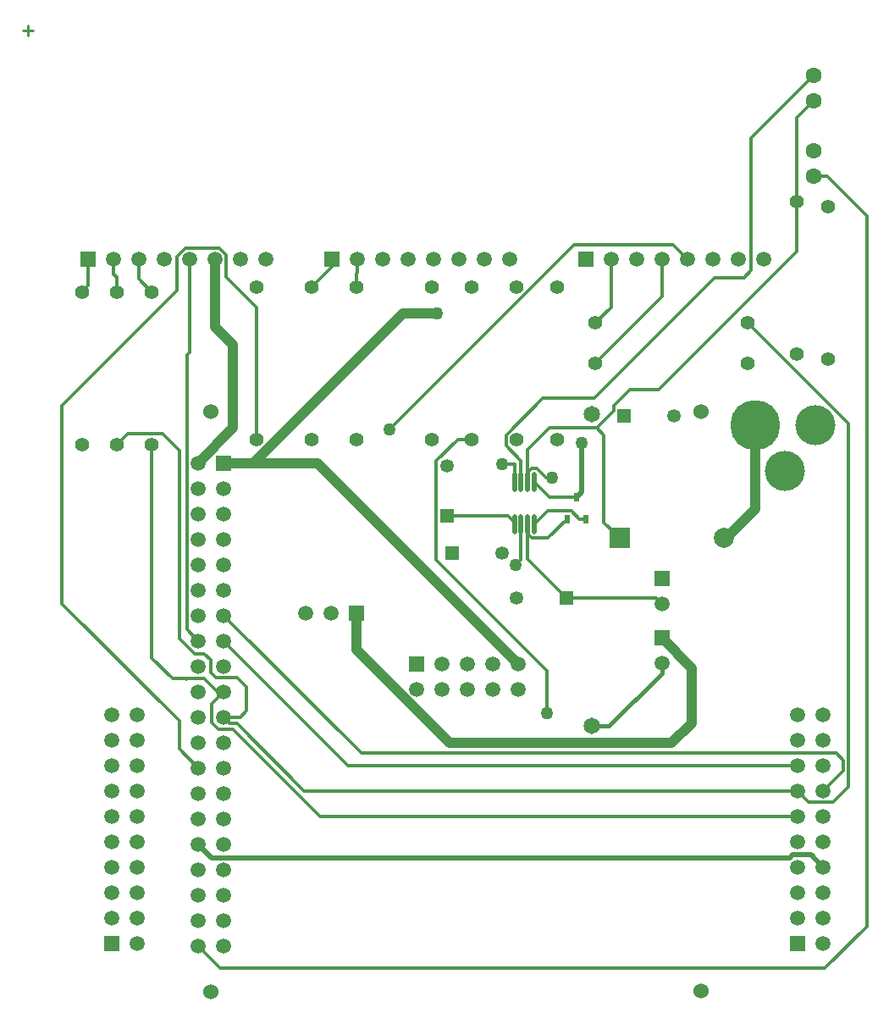
<source format=gbr>
G04 Layer_Physical_Order=1*
G04 Layer_Color=255*
%FSLAX45Y45*%
%MOMM*%
%TF.FileFunction,Copper,L1,Top,Signal*%
%TF.Part,Single*%
G01*
G75*
%TA.AperFunction,SMDPad,CuDef*%
%ADD10R,0.60000X0.85000*%
%ADD11O,0.45000X2.00000*%
%TA.AperFunction,Conductor*%
%ADD12C,0.40000*%
%ADD13C,1.00000*%
%ADD14C,0.30480*%
%ADD15C,0.50000*%
%TA.AperFunction,NonConductor*%
%ADD16C,0.25400*%
%TA.AperFunction,ComponentPad*%
%ADD17C,5.00000*%
%ADD18C,4.00000*%
%ADD19C,1.50000*%
%ADD20R,1.50000X1.50000*%
%ADD21C,1.40000*%
%ADD22R,1.35000X1.35000*%
%ADD23C,1.35000*%
%TA.AperFunction,ViaPad*%
%ADD24C,1.52400*%
%TA.AperFunction,ComponentPad*%
%ADD25R,1.50000X1.50000*%
%ADD26R,1.35000X1.35000*%
%ADD27R,2.00000X2.00000*%
%ADD28C,2.00000*%
%ADD29C,1.65000*%
%ADD30C,1.60000*%
%TA.AperFunction,ViaPad*%
%ADD31C,1.27000*%
D10*
X10899997Y10807503D02*
D03*
X10994998Y10592502D02*
D03*
X10804996D02*
D03*
D11*
X10472501Y10965002D02*
D03*
X10407503D02*
D03*
X10342499D02*
D03*
X10277500D02*
D03*
X10472501Y10535001D02*
D03*
X10407503D02*
D03*
X10342499D02*
D03*
X10277500D02*
D03*
D12*
X11749998Y9049998D02*
Y9146001D01*
X11220000Y8520000D02*
X11749998Y9049998D01*
X11052002Y8520000D02*
X11220000D01*
D13*
X11749998Y9400001D02*
X12050000Y9099999D01*
Y8550000D02*
Y9099999D01*
X11850000Y8350000D02*
X12050000Y8550000D01*
X9631339Y8350000D02*
X11850000D01*
X12373000Y10400000D02*
X12398000D01*
X12684999Y10686999D01*
X8700002Y9281337D02*
X9631339Y8350000D01*
X8700002Y9281337D02*
Y9649998D01*
X7660591Y11150600D02*
X8305800D01*
X7366000D02*
X7660591D01*
X9159992Y12650000D02*
X9500000D01*
X7660591Y11150600D02*
X9159992Y12650000D01*
X12684999Y10686999D02*
Y11525001D01*
X7112000Y11150600D02*
X7465060Y11503660D01*
Y12331700D01*
X7284496Y12512264D02*
X7465060Y12331700D01*
X7284496Y12512264D02*
Y13184302D01*
X8305800Y11150600D02*
X10312400Y9144000D01*
D14*
X11695998Y9800001D02*
X11749998Y9746001D01*
X10800004Y9800001D02*
X11695998D01*
X11100920Y11500000D02*
X11269980Y11669060D01*
Y11724640D01*
X11170920Y10556082D02*
X11327002Y10400000D01*
X11170920Y10556082D02*
Y11430000D01*
X10472501Y10535001D02*
X10607743Y10670242D01*
X10849593D01*
X10927333Y10592502D01*
X10994998D01*
X10407503Y10535001D02*
X10414761Y10527742D01*
Y10433584D02*
Y10527742D01*
Y10433584D02*
X10448585Y10399761D01*
X10612255D01*
X10407503Y10192502D02*
Y10535001D01*
Y10192502D02*
X10800004Y9800001D01*
X10612255Y10399761D02*
X10804996Y10592502D01*
X10630001Y10807503D02*
X10899997D01*
X10472501Y10965002D02*
X10630001Y10807503D01*
X10472501Y10886440D02*
Y10965002D01*
X10600000Y8650000D02*
Y9070920D01*
X10604500Y9075420D01*
X10407503Y10965002D02*
Y11281263D01*
X7366000Y9626600D02*
X8744280Y8248320D01*
X13494080D02*
X13563600Y8178800D01*
Y8077200D02*
Y8178800D01*
X7245680Y8744280D02*
X7366000Y8864600D01*
X7245680Y8560760D02*
X7316160Y8490280D01*
X7460920D02*
X8331200Y7620000D01*
X13106400D01*
Y7874000D02*
X13218159Y7762240D01*
X13462000D02*
X13614400Y7914640D01*
X7000240Y9484360D02*
Y11967799D01*
X9600001Y10624998D02*
X10211283D01*
X10277500Y10535001D02*
Y10558780D01*
X10211283Y10624998D02*
X10277500Y10558780D01*
X7316160Y8490280D02*
X7460920D01*
X7245680Y8560760D02*
Y8744280D01*
X10342499Y10398760D02*
Y10535001D01*
X6300003Y12861996D02*
Y13007339D01*
X6268496Y13038846D02*
X6300003Y13007339D01*
X6268496Y13038846D02*
Y13184302D01*
X8699998Y12912000D02*
Y13042900D01*
X8706896Y13049799D01*
Y13184302D01*
X7000240Y9484360D02*
X7112000Y9372600D01*
X7000240Y12227560D02*
X7030496Y12257816D01*
Y13184302D01*
X13218159Y7762240D02*
X13462000D01*
X12611999Y12549998D02*
X13614400Y11547597D01*
X7239000Y9060180D02*
X7292340Y9006840D01*
X7239000Y9060180D02*
Y9182100D01*
X7175500Y9245600D02*
X7239000Y9182100D01*
X7078980Y9245600D02*
X7175500D01*
X6926580Y9398000D02*
X7078980Y9245600D01*
X6926580Y9398000D02*
Y11275060D01*
X6756400Y11445240D02*
X6926580Y11275060D01*
X6407247Y11445240D02*
X6756400D01*
X6300003Y11337996D02*
X6407247Y11445240D01*
X7700000Y11387999D02*
Y12706360D01*
X7396480Y13009880D02*
X7700000Y12706360D01*
X6903720Y13215620D02*
X6985000Y13296899D01*
X6903720Y12877800D02*
Y13215620D01*
X6924040Y8290560D02*
Y8569960D01*
Y8290560D02*
X7112000Y8102600D01*
X11863278Y13329919D02*
X12008896Y13184302D01*
X10873740Y13329919D02*
X11863278D01*
X9029700Y11485880D02*
X10873740Y13329919D01*
X12573000Y13004800D02*
X12644120Y13075920D01*
X12278360Y13004800D02*
X12573000D01*
X10193020Y11325479D02*
Y11430000D01*
Y11325479D02*
X10342499Y11176000D01*
Y10965002D02*
Y11176000D01*
X10277500Y10965002D02*
Y11140440D01*
X10150500D02*
X10277500D01*
X9497060Y10182860D02*
X10604500Y9075420D01*
X9497060Y10182860D02*
Y11176000D01*
X9709059Y11387999D01*
X9849998D01*
X11430000Y11884660D02*
X11719560D01*
X11269980Y11724640D02*
X11430000Y11884660D01*
X10778460Y8248320D02*
X13494080D01*
X13360400Y7874000D02*
X13563600Y8077200D01*
X5950001Y12861996D02*
X6014496Y12926492D01*
Y13184302D01*
X6522496Y12989503D02*
X6649999Y12862001D01*
X6522496Y12989503D02*
Y13184302D01*
X11087999Y12549998D02*
X11246896Y12708895D01*
Y13184302D01*
X11754896Y12816896D02*
Y13184302D01*
X11087999Y12149999D02*
X11754896Y12816896D01*
X8250001Y12912000D02*
X8452896Y13114894D01*
Y13184302D01*
X7000240Y11967799D02*
Y12227560D01*
X8610600Y8128000D02*
X13106400D01*
X13614400Y7914640D02*
Y11547597D01*
X6995500Y8993800D02*
X6997202Y8992098D01*
X6995500Y8993800D02*
X7175500D01*
X10289540Y10130419D02*
X10342499Y10183378D01*
X10289540Y10129520D02*
Y10130419D01*
X10342499Y10183378D02*
Y10398760D01*
X8744280Y8248320D02*
X10778460D01*
X7175500Y8993800D02*
X7304700Y8864600D01*
X6649999Y9200001D02*
Y11338001D01*
Y9200001D02*
X6856200Y8993800D01*
X6995500D01*
X7366000Y9372600D02*
X8610600Y8128000D01*
X5750000Y9744000D02*
X6924040Y8569960D01*
X5750000Y9744000D02*
Y11724080D01*
X6903720Y12877800D01*
X7327801Y13296899D02*
X7396480Y13228221D01*
X6985000Y13296899D02*
X7327801D01*
X7396480Y13009880D02*
Y13228221D01*
X7500000Y8550000D02*
X8176000Y7874000D01*
X13106400D01*
X7426600Y8550000D02*
X7500000D01*
X13800000Y6520360D02*
Y13622998D01*
X7112000Y6324600D02*
X7336600Y6100000D01*
X13379640D01*
X13800000Y6520360D01*
X7292340Y9006840D02*
X7506840D01*
X7366000Y8610600D02*
X7533640D01*
X7600000Y8676960D01*
Y8913680D01*
X7506840Y9006840D02*
X7600000Y8913680D01*
X10596660Y11000000D02*
X10650000D01*
X10496418Y11100242D02*
X10596660Y11000000D01*
X10448585Y11100242D02*
X10496418D01*
X10414761Y11066419D02*
X10448585Y11100242D01*
X10414761Y10972261D02*
Y11066419D01*
X10407503Y10965002D02*
X10414761Y10972261D01*
X10407503Y11281263D02*
X10626240Y11500000D01*
X11100920D01*
X11170920Y11430000D01*
X10193020D02*
X10563020Y11800000D01*
X11073560D01*
X12278360Y13004800D01*
X11719560Y11884660D02*
X13099998Y13265099D01*
Y13762000D01*
X12644120Y14398117D02*
X13273003Y15027000D01*
X12644120Y13075920D02*
Y14398117D01*
X13099998Y14599995D02*
X13273003Y14773000D01*
X13099998Y13762000D02*
Y14599995D01*
X13401497Y14021501D02*
X13800000Y13622998D01*
X13271500Y14021501D02*
X13401497D01*
D15*
X10899997Y10807503D02*
X10950000Y10857505D01*
Y11350000D01*
X7112000Y7340600D02*
X7246000Y7206600D01*
X13030840D02*
X13056560Y7232320D01*
X7246000Y7206600D02*
X13030840D01*
X13056560Y7232320D02*
X13240080D01*
X13360400Y7112000D01*
D16*
X5357200Y15472975D02*
X5458768D01*
X5407984Y15523758D02*
Y15422191D01*
D17*
X12684999Y11525001D02*
D03*
D18*
X13285004D02*
D03*
X12984998Y11074999D02*
D03*
D19*
X11749998Y9146001D02*
D03*
Y9746001D02*
D03*
X9296400Y8890000D02*
D03*
X9550400Y9144000D02*
D03*
Y8890000D02*
D03*
X9804400Y9144000D02*
D03*
Y8890000D02*
D03*
X10058400Y9144000D02*
D03*
Y8890000D02*
D03*
X10312400Y9144000D02*
D03*
Y8890000D02*
D03*
X12770896Y13184302D02*
D03*
X12516896D02*
D03*
X12262896D02*
D03*
X12008896D02*
D03*
X11754896D02*
D03*
X11500896D02*
D03*
X11246896D02*
D03*
X10230896D02*
D03*
X9976896D02*
D03*
X9722896D02*
D03*
X9468896D02*
D03*
X9214896D02*
D03*
X8960896D02*
D03*
X8706896D02*
D03*
X7792496D02*
D03*
X7538496D02*
D03*
X7284496D02*
D03*
X7030496D02*
D03*
X6776496D02*
D03*
X6522496D02*
D03*
X6268496D02*
D03*
X13360400Y6350000D02*
D03*
X13106400Y6604000D02*
D03*
X13360400D02*
D03*
X13106400Y6858000D02*
D03*
X13360400D02*
D03*
X13106400Y7112000D02*
D03*
X13360400D02*
D03*
X13106400Y7366000D02*
D03*
X13360400D02*
D03*
X13106400Y7620000D02*
D03*
X13360400D02*
D03*
X13106400Y7874000D02*
D03*
X13360400D02*
D03*
X13106400Y8128000D02*
D03*
X13360400D02*
D03*
X13106400Y8382000D02*
D03*
X13360400D02*
D03*
X13106400Y8636000D02*
D03*
X13360400D02*
D03*
X6502400Y6350000D02*
D03*
X6248400Y6604000D02*
D03*
X6502400D02*
D03*
X6248400Y6858000D02*
D03*
X6502400D02*
D03*
X6248400Y7112000D02*
D03*
X6502400D02*
D03*
X6248400Y7366000D02*
D03*
X6502400D02*
D03*
X6248400Y7620000D02*
D03*
X6502400D02*
D03*
X6248400Y7874000D02*
D03*
X6502400D02*
D03*
X6248400Y8128000D02*
D03*
X6502400D02*
D03*
X6248400Y8382000D02*
D03*
X6502400D02*
D03*
X6248400Y8636000D02*
D03*
X6502400D02*
D03*
X7112000Y11150600D02*
D03*
X7366000Y10896600D02*
D03*
X7112000D02*
D03*
X7366000Y10642600D02*
D03*
X7112000D02*
D03*
X7366000Y10388600D02*
D03*
X7112000D02*
D03*
X7366000Y10134600D02*
D03*
X7112000D02*
D03*
X7366000Y9880600D02*
D03*
X7112000D02*
D03*
X7366000Y9626600D02*
D03*
X7112000D02*
D03*
X7366000Y9372600D02*
D03*
X7112000D02*
D03*
X7366000Y9118600D02*
D03*
X7112000D02*
D03*
X7366000Y8864600D02*
D03*
X7112000D02*
D03*
X7366000Y8610600D02*
D03*
X7112000D02*
D03*
X7366000Y8356600D02*
D03*
X7112000D02*
D03*
X7366000Y8102600D02*
D03*
X7112000D02*
D03*
X7366000Y7848600D02*
D03*
X7112000D02*
D03*
X7366000Y7594600D02*
D03*
X7112000D02*
D03*
X7366000Y7340600D02*
D03*
X7112000D02*
D03*
X7366000Y7086600D02*
D03*
X7112000D02*
D03*
X7366000Y6832600D02*
D03*
X7112000D02*
D03*
X7366000Y6578600D02*
D03*
X7112000D02*
D03*
X7366000Y6324600D02*
D03*
X7112000D02*
D03*
X8192002Y9649998D02*
D03*
X8446002D02*
D03*
D20*
X11749998Y9400001D02*
D03*
Y10000001D02*
D03*
X13106400Y6350000D02*
D03*
X6248400D02*
D03*
X7366000Y11150600D02*
D03*
D21*
X13099998Y12238000D02*
D03*
Y13762000D02*
D03*
X5950001Y12861996D02*
D03*
Y11337996D02*
D03*
X6300003D02*
D03*
Y12861996D02*
D03*
X6649999Y12862001D02*
D03*
Y11338001D02*
D03*
X7700000Y11387999D02*
D03*
Y12912000D02*
D03*
X12611999Y12549998D02*
D03*
X11087999D02*
D03*
X12611999Y12149999D02*
D03*
X11087999D02*
D03*
X10300000Y12912000D02*
D03*
Y11387999D02*
D03*
X10699999Y12912000D02*
D03*
Y11387999D02*
D03*
X8699998D02*
D03*
Y12912000D02*
D03*
X9849998Y11387999D02*
D03*
Y12912000D02*
D03*
X8250001D02*
D03*
Y11387999D02*
D03*
X9449999Y12912000D02*
D03*
Y11387999D02*
D03*
X13411200Y12192000D02*
D03*
Y13716000D02*
D03*
D22*
X9600001Y10624998D02*
D03*
D23*
Y11125002D02*
D03*
X10300000Y9800001D02*
D03*
X10150004Y10249998D02*
D03*
X11875003Y11625001D02*
D03*
D24*
X12139000Y11662999D02*
D03*
X7239000Y5863001D02*
D03*
X12139000Y5871799D02*
D03*
X7239000Y11662999D02*
D03*
D25*
X9296400Y9144000D02*
D03*
X10992896Y13184302D02*
D03*
X8452896D02*
D03*
X6014496D02*
D03*
X8700002Y9649998D02*
D03*
D26*
X10800004Y9800001D02*
D03*
X9650000Y10249998D02*
D03*
X11374999Y11625001D02*
D03*
D27*
X11327002Y10400000D02*
D03*
D28*
X12373000D02*
D03*
D29*
X11052002Y11640000D02*
D03*
Y8520000D02*
D03*
D30*
X13271500Y14021501D02*
D03*
Y14275500D02*
D03*
X13273003Y15027000D02*
D03*
Y14773000D02*
D03*
D31*
X10950000Y11350000D02*
D03*
X10600000Y8650000D02*
D03*
X9500000Y12650000D02*
D03*
X10289540Y10129520D02*
D03*
X9029700Y11485880D02*
D03*
X10150500Y11140440D02*
D03*
X10650000Y11000000D02*
D03*
%TF.MD5,43E471100F9AF3D8D118BBCD9C83FD45*%
M02*

</source>
